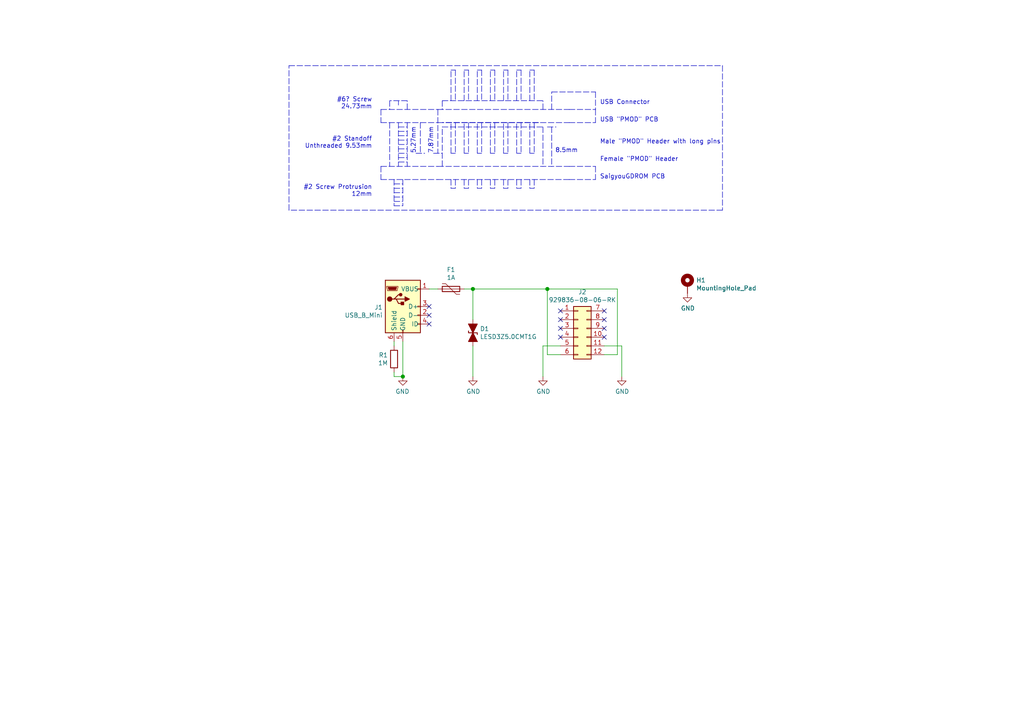
<source format=kicad_sch>
(kicad_sch (version 20210406) (generator eeschema)
  (paper "A4")
  (lib_symbols
    (symbol "Connector:USB_B_Mini"
      (property "Reference" "J" (at -5.08 11.43 0))
      (property "Value" "USB_B_Mini" (at -5.08 8.89 0))
      (symbol "USB_B_Mini_0_1"
        (circle (center -3.81 2.159) (radius 0.635) (stroke (width 0.254)) (fill (type outline)))
        (circle (center -0.635 3.429) (radius 0.381) (stroke (width 0.254)) (fill (type outline)))
        (rectangle (start -0.127 -7.62) (end 0.127 -6.858))
        (rectangle (start 5.08 -5.207) (end 4.318 -4.953))
        (rectangle (start 5.08 -2.667) (end 4.318 -2.413))
        (rectangle (start 5.08 -0.127) (end 4.318 0.127))
        (rectangle (start 5.08 4.953) (end 4.318 5.207))
        (rectangle (start 0.254 1.27) (end -0.508 0.508) (stroke (width 0.254)) (fill (type outline)))
        (rectangle (start -5.08 -7.62) (end 5.08 7.62) (stroke (width 0.254)) (fill (type background)))
        (polyline (pts (xy -1.905 2.159) (xy 0.635 2.159)) (stroke (width 0.254)))
        (polyline (pts (xy -3.175 2.159) (xy -2.54 2.159) (xy -1.27 3.429) (xy -0.635 3.429)) (stroke (width 0.254)))
        (polyline (pts (xy -2.54 2.159) (xy -1.905 2.159) (xy -1.27 0.889) (xy 0 0.889)) (stroke (width 0.254)))
        (polyline (pts (xy -4.699 5.842) (xy -4.699 5.588) (xy -4.445 4.826) (xy -4.445 4.572) (xy -1.651 4.572) (xy -1.651 4.826) (xy -1.397 5.588) (xy -1.397 5.842) (xy -4.699 5.842)))
        (polyline (pts (xy 0.635 2.794) (xy 0.635 1.524) (xy 1.905 2.159) (xy 0.635 2.794)) (stroke (width 0.254)) (fill (type outline)))
        (polyline (pts (xy -4.318 5.588) (xy -1.778 5.588) (xy -2.032 4.826) (xy -4.064 4.826) (xy -4.318 5.588)) (fill (type outline)))
      )
      (symbol "USB_B_Mini_1_1"
        (pin power_out line (at 7.62 5.08 180) (length 2.54) (name "VBUS") (number "1"))
        (pin passive line (at 7.62 -2.54 180) (length 2.54) (name "D-") (number "2"))
        (pin passive line (at 7.62 0 180) (length 2.54) (name "D+") (number "3"))
        (pin passive line (at 7.62 -5.08 180) (length 2.54) (name "ID") (number "4"))
        (pin power_out line (at 0 -10.16 90) (length 2.54) (name "GND") (number "5"))
        (pin passive line (at -2.54 -10.16 90) (length 2.54) (name "Shield") (number "6"))
      )
    )
    (symbol "Connector_Generic:Conn_02x06_Top_Bottom" (pin_names hide)
      (property "Reference" "J" (at 1.27 7.62 0))
      (property "Value" "Conn_02x06_Top_Bottom" (at 1.27 -10.16 0))
      (symbol "Conn_02x06_Top_Bottom_1_1"
        (rectangle (start -1.27 -7.493) (end 0 -7.747) (stroke (width 0.1524)))
        (rectangle (start -1.27 -4.953) (end 0 -5.207) (stroke (width 0.1524)))
        (rectangle (start -1.27 -2.413) (end 0 -2.667) (stroke (width 0.1524)))
        (rectangle (start -1.27 0.127) (end 0 -0.127) (stroke (width 0.1524)))
        (rectangle (start -1.27 2.667) (end 0 2.413) (stroke (width 0.1524)))
        (rectangle (start -1.27 5.207) (end 0 4.953) (stroke (width 0.1524)))
        (rectangle (start 3.81 -7.493) (end 2.54 -7.747) (stroke (width 0.1524)))
        (rectangle (start 3.81 -4.953) (end 2.54 -5.207) (stroke (width 0.1524)))
        (rectangle (start 3.81 -2.413) (end 2.54 -2.667) (stroke (width 0.1524)))
        (rectangle (start 3.81 0.127) (end 2.54 -0.127) (stroke (width 0.1524)))
        (rectangle (start 3.81 2.667) (end 2.54 2.413) (stroke (width 0.1524)))
        (rectangle (start 3.81 5.207) (end 2.54 4.953) (stroke (width 0.1524)))
        (rectangle (start -1.27 6.35) (end 3.81 -8.89) (stroke (width 0.254)) (fill (type background)))
        (pin passive line (at -5.08 5.08 0) (length 3.81) (name "Pin_1") (number "1"))
        (pin passive line (at 7.62 -2.54 180) (length 3.81) (name "Pin_10") (number "10"))
        (pin passive line (at 7.62 -5.08 180) (length 3.81) (name "Pin_11") (number "11"))
        (pin passive line (at 7.62 -7.62 180) (length 3.81) (name "Pin_12") (number "12"))
        (pin passive line (at -5.08 2.54 0) (length 3.81) (name "Pin_2") (number "2"))
        (pin passive line (at -5.08 0 0) (length 3.81) (name "Pin_3") (number "3"))
        (pin passive line (at -5.08 -2.54 0) (length 3.81) (name "Pin_4") (number "4"))
        (pin passive line (at -5.08 -5.08 0) (length 3.81) (name "Pin_5") (number "5"))
        (pin passive line (at -5.08 -7.62 0) (length 3.81) (name "Pin_6") (number "6"))
        (pin passive line (at 7.62 5.08 180) (length 3.81) (name "Pin_7") (number "7"))
        (pin passive line (at 7.62 2.54 180) (length 3.81) (name "Pin_8") (number "8"))
        (pin passive line (at 7.62 0 180) (length 3.81) (name "Pin_9") (number "9"))
      )
    )
    (symbol "Device:D_TVS_ALT" (pin_numbers hide) (pin_names hide)
      (property "Reference" "D" (at 0 2.54 0))
      (property "Value" "D_TVS_ALT" (at 0 -2.54 0))
      (symbol "D_TVS_ALT_0_1"
        (polyline (pts (xy 1.27 0) (xy -1.27 0)))
        (polyline (pts (xy 0.508 1.27) (xy 0 1.27) (xy 0 -1.27) (xy -0.508 -1.27)) (stroke (width 0.254)))
        (polyline (pts (xy -2.54 -1.27) (xy 0 0) (xy -2.54 1.27) (xy -2.54 -1.27)) (stroke (width 0.254)) (fill (type outline)))
        (polyline (pts (xy 2.54 1.27) (xy 2.54 -1.27) (xy 0 0) (xy 2.54 1.27)) (stroke (width 0.254)) (fill (type outline)))
      )
      (symbol "D_TVS_ALT_1_1"
        (pin passive line (at -3.81 0 0) (length 2.54) (name "A1") (number "1"))
        (pin passive line (at 3.81 0 180) (length 2.54) (name "A2") (number "2"))
      )
    )
    (symbol "Device:Polyfuse" (pin_numbers hide) (pin_names (offset 0))
      (property "Reference" "F" (at -2.54 0 90))
      (property "Value" "Polyfuse" (at 2.54 0 90))
      (symbol "Polyfuse_0_1"
        (rectangle (start -0.762 2.54) (end 0.762 -2.54) (stroke (width 0.254)))
        (polyline (pts (xy 0 2.54) (xy 0 -2.54)))
        (polyline (pts (xy -1.524 2.54) (xy -1.524 1.524) (xy 1.524 -1.524) (xy 1.524 -2.54)))
      )
      (symbol "Polyfuse_1_1"
        (pin passive line (at 0 3.81 270) (length 1.27) (name "~") (number "1"))
        (pin passive line (at 0 -3.81 90) (length 1.27) (name "~") (number "2"))
      )
    )
    (symbol "Device:R" (pin_numbers hide) (pin_names (offset 0))
      (property "Reference" "R" (at 2.032 0 90))
      (property "Value" "R" (at 0 0 90))
      (symbol "R_0_1"
        (rectangle (start -1.016 -2.54) (end 1.016 2.54) (stroke (width 0.254)))
      )
      (symbol "R_1_1"
        (pin passive line (at 0 3.81 270) (length 1.27) (name "~") (number "1"))
        (pin passive line (at 0 -3.81 90) (length 1.27) (name "~") (number "2"))
      )
    )
    (symbol "Mechanical:MountingHole_Pad" (pin_numbers hide) (pin_names hide)
      (property "Reference" "H" (at 0 6.35 0))
      (property "Value" "MountingHole_Pad" (at 0 4.445 0))
      (symbol "MountingHole_Pad_0_1"
        (circle (center 0 1.27) (radius 1.27) (stroke (width 1.27)))
      )
      (symbol "MountingHole_Pad_1_1"
        (pin input line (at 0 -2.54 90) (length 2.54) (name "1") (number "1"))
      )
    )
    (symbol "power:GND" (power) (pin_names (offset 0))
      (property "Value" "GND" (at 0 -3.81 0))
      (symbol "GND_0_1"
        (polyline (pts (xy 0 0) (xy 0 -1.27) (xy 1.27 -1.27) (xy 0 -2.54) (xy -1.27 -1.27) (xy 0 -1.27)))
      )
      (symbol "GND_1_1"
        (pin power_in line (at 0 0 270) (length 0) hide (name "GND") (number "1"))
      )
    )
  )
  (junction (at 116.84 109.22) (diameter 1.016))
  (junction (at 137.16 83.82) (diameter 1.016))
  (junction (at 158.75 83.82) (diameter 1.016))
  (no_connect (at 124.46 88.9))
  (no_connect (at 124.46 91.44))
  (no_connect (at 124.46 93.98))
  (no_connect (at 162.56 90.17))
  (no_connect (at 162.56 92.71))
  (no_connect (at 162.56 95.25))
  (no_connect (at 162.56 97.79))
  (no_connect (at 175.26 90.17))
  (no_connect (at 175.26 92.71))
  (no_connect (at 175.26 95.25))
  (no_connect (at 175.26 97.79))
  (wire (pts (xy 114.3 99.06) (xy 114.3 100.33)))
  (wire (pts (xy 114.3 107.95) (xy 114.3 109.22)))
  (wire (pts (xy 116.84 99.06) (xy 116.84 109.22)))
  (wire (pts (xy 116.84 109.22) (xy 114.3 109.22)))
  (wire (pts (xy 127 83.82) (xy 124.46 83.82)))
  (wire (pts (xy 134.62 83.82) (xy 137.16 83.82)))
  (wire (pts (xy 137.16 83.82) (xy 137.16 92.71)))
  (wire (pts (xy 137.16 83.82) (xy 158.75 83.82)))
  (wire (pts (xy 137.16 100.33) (xy 137.16 109.22)))
  (wire (pts (xy 157.48 100.33) (xy 157.48 109.22)))
  (wire (pts (xy 157.48 100.33) (xy 162.56 100.33)))
  (wire (pts (xy 158.75 83.82) (xy 158.75 102.87)))
  (wire (pts (xy 158.75 83.82) (xy 179.07 83.82)))
  (wire (pts (xy 158.75 102.87) (xy 162.56 102.87)))
  (wire (pts (xy 175.26 100.33) (xy 180.34 100.33)))
  (wire (pts (xy 175.26 102.87) (xy 179.07 102.87)))
  (wire (pts (xy 179.07 83.82) (xy 179.07 102.87)))
  (wire (pts (xy 180.34 100.33) (xy 180.34 109.22)))
  (polyline (pts (xy 83.82 19.05) (xy 209.55 19.05)) (stroke (width 0) (type dash)))
  (polyline (pts (xy 83.82 60.96) (xy 83.82 19.05)) (stroke (width 0) (type dash)))
  (polyline (pts (xy 110.49 31.75) (xy 110.49 35.56)) (stroke (width 0) (type dash)))
  (polyline (pts (xy 110.49 31.75) (xy 127 31.75)) (stroke (width 0) (type dash)))
  (polyline (pts (xy 110.49 35.56) (xy 127 35.56)) (stroke (width 0) (type dash)))
  (polyline (pts (xy 110.49 48.26) (xy 110.49 52.07)) (stroke (width 0) (type dash)))
  (polyline (pts (xy 110.49 48.26) (xy 127 48.26)) (stroke (width 0) (type dash)))
  (polyline (pts (xy 110.49 52.07) (xy 127 52.07)) (stroke (width 0) (type dash)))
  (polyline (pts (xy 113.03 29.21) (xy 113.03 31.75)) (stroke (width 0) (type dash)))
  (polyline (pts (xy 113.03 35.56) (xy 113.03 48.26)) (stroke (width 0) (type dash)))
  (polyline (pts (xy 114.3 52.07) (xy 114.3 59.69)) (stroke (width 0) (type dash)))
  (polyline (pts (xy 114.3 53.34) (xy 116.84 53.34)) (stroke (width 0) (type dash)))
  (polyline (pts (xy 114.3 54.61) (xy 116.84 54.61)) (stroke (width 0) (type dash)))
  (polyline (pts (xy 114.3 55.88) (xy 116.84 55.88)) (stroke (width 0) (type dash)))
  (polyline (pts (xy 114.3 57.15) (xy 116.84 57.15)) (stroke (width 0) (type dash)))
  (polyline (pts (xy 114.3 58.42) (xy 116.84 58.42)) (stroke (width 0) (type dash)))
  (polyline (pts (xy 114.3 59.69) (xy 116.84 59.69)) (stroke (width 0) (type dash)))
  (polyline (pts (xy 115.57 29.21) (xy 115.57 30.48)) (stroke (width 0) (type dash)))
  (polyline (pts (xy 115.57 35.56) (xy 115.57 48.26)) (stroke (width 0) (type dash)))
  (polyline (pts (xy 115.57 36.83) (xy 118.11 36.83)) (stroke (width 0) (type dash)))
  (polyline (pts (xy 115.57 38.1) (xy 118.11 38.1)) (stroke (width 0) (type dash)))
  (polyline (pts (xy 115.57 39.37) (xy 118.11 39.37)) (stroke (width 0) (type dash)))
  (polyline (pts (xy 115.57 40.64) (xy 118.11 40.64)) (stroke (width 0) (type dash)))
  (polyline (pts (xy 115.57 41.91) (xy 118.11 41.91)) (stroke (width 0) (type dash)))
  (polyline (pts (xy 115.57 43.18) (xy 118.11 43.18)) (stroke (width 0) (type dash)))
  (polyline (pts (xy 115.57 44.45) (xy 118.11 44.45)) (stroke (width 0) (type dash)))
  (polyline (pts (xy 115.57 45.72) (xy 118.11 45.72)) (stroke (width 0) (type dash)))
  (polyline (pts (xy 115.57 46.99) (xy 118.11 46.99)) (stroke (width 0) (type dash)))
  (polyline (pts (xy 116.84 52.07) (xy 116.84 59.69)) (stroke (width 0) (type dash)))
  (polyline (pts (xy 118.11 29.21) (xy 113.03 29.21)) (stroke (width 0) (type dash)))
  (polyline (pts (xy 118.11 31.75) (xy 118.11 29.21)) (stroke (width 0) (type dash)))
  (polyline (pts (xy 118.11 35.56) (xy 118.11 48.26)) (stroke (width 0) (type dash)))
  (polyline (pts (xy 120.65 44.45) (xy 123.19 44.45)) (stroke (width 0) (type dash)))
  (polyline (pts (xy 121.92 35.56) (xy 121.92 44.45)) (stroke (width 0) (type dash)))
  (polyline (pts (xy 125.73 44.45) (xy 128.27 44.45)) (stroke (width 0) (type dash)))
  (polyline (pts (xy 127 31.75) (xy 127 44.45)) (stroke (width 0) (type dash)))
  (polyline (pts (xy 127 31.75) (xy 165.1 31.75)) (stroke (width 0) (type dash)))
  (polyline (pts (xy 127 35.56) (xy 165.1 35.56)) (stroke (width 0) (type dash)))
  (polyline (pts (xy 127 48.26) (xy 165.1 48.26)) (stroke (width 0) (type dash)))
  (polyline (pts (xy 128.27 29.21) (xy 128.27 31.75)) (stroke (width 0) (type dash)))
  (polyline (pts (xy 128.27 29.21) (xy 157.48 29.21)) (stroke (width 0) (type dash)))
  (polyline (pts (xy 128.27 36.83) (xy 157.48 36.83)) (stroke (width 0) (type dash)))
  (polyline (pts (xy 128.27 48.26) (xy 128.27 36.83)) (stroke (width 0) (type dash)))
  (polyline (pts (xy 130.81 29.21) (xy 130.81 20.32)) (stroke (width 0) (type dash)))
  (polyline (pts (xy 130.81 44.45) (xy 130.81 35.56)) (stroke (width 0) (type dash)))
  (polyline (pts (xy 130.81 44.45) (xy 132.08 44.45)) (stroke (width 0) (type dash)))
  (polyline (pts (xy 130.81 52.07) (xy 130.81 54.61)) (stroke (width 0) (type dash)))
  (polyline (pts (xy 130.81 54.61) (xy 132.08 54.61)) (stroke (width 0) (type dash)))
  (polyline (pts (xy 132.08 20.32) (xy 130.81 20.32)) (stroke (width 0) (type dash)))
  (polyline (pts (xy 132.08 20.32) (xy 132.08 29.21)) (stroke (width 0) (type dash)))
  (polyline (pts (xy 132.08 35.56) (xy 132.08 44.45)) (stroke (width 0) (type dash)))
  (polyline (pts (xy 132.08 52.07) (xy 132.08 54.61)) (stroke (width 0) (type dash)))
  (polyline (pts (xy 134.62 29.21) (xy 134.62 20.32)) (stroke (width 0) (type dash)))
  (polyline (pts (xy 134.62 44.45) (xy 134.62 35.56)) (stroke (width 0) (type dash)))
  (polyline (pts (xy 134.62 44.45) (xy 135.89 44.45)) (stroke (width 0) (type dash)))
  (polyline (pts (xy 134.62 52.07) (xy 134.62 54.61)) (stroke (width 0) (type dash)))
  (polyline (pts (xy 134.62 54.61) (xy 135.89 54.61)) (stroke (width 0) (type dash)))
  (polyline (pts (xy 135.89 20.32) (xy 134.62 20.32)) (stroke (width 0) (type dash)))
  (polyline (pts (xy 135.89 20.32) (xy 135.89 29.21)) (stroke (width 0) (type dash)))
  (polyline (pts (xy 135.89 35.56) (xy 135.89 44.45)) (stroke (width 0) (type dash)))
  (polyline (pts (xy 135.89 52.07) (xy 135.89 54.61)) (stroke (width 0) (type dash)))
  (polyline (pts (xy 138.43 29.21) (xy 138.43 20.32)) (stroke (width 0) (type dash)))
  (polyline (pts (xy 138.43 44.45) (xy 138.43 35.56)) (stroke (width 0) (type dash)))
  (polyline (pts (xy 138.43 44.45) (xy 139.7 44.45)) (stroke (width 0) (type dash)))
  (polyline (pts (xy 138.43 52.07) (xy 138.43 54.61)) (stroke (width 0) (type dash)))
  (polyline (pts (xy 138.43 54.61) (xy 139.7 54.61)) (stroke (width 0) (type dash)))
  (polyline (pts (xy 139.7 20.32) (xy 138.43 20.32)) (stroke (width 0) (type dash)))
  (polyline (pts (xy 139.7 20.32) (xy 139.7 29.21)) (stroke (width 0) (type dash)))
  (polyline (pts (xy 139.7 35.56) (xy 139.7 44.45)) (stroke (width 0) (type dash)))
  (polyline (pts (xy 139.7 52.07) (xy 139.7 54.61)) (stroke (width 0) (type dash)))
  (polyline (pts (xy 142.24 29.21) (xy 142.24 20.32)) (stroke (width 0) (type dash)))
  (polyline (pts (xy 142.24 44.45) (xy 142.24 35.56)) (stroke (width 0) (type dash)))
  (polyline (pts (xy 142.24 44.45) (xy 143.51 44.45)) (stroke (width 0) (type dash)))
  (polyline (pts (xy 142.24 52.07) (xy 142.24 54.61)) (stroke (width 0) (type dash)))
  (polyline (pts (xy 142.24 54.61) (xy 143.51 54.61)) (stroke (width 0) (type dash)))
  (polyline (pts (xy 143.51 20.32) (xy 142.24 20.32)) (stroke (width 0) (type dash)))
  (polyline (pts (xy 143.51 20.32) (xy 143.51 29.21)) (stroke (width 0) (type dash)))
  (polyline (pts (xy 143.51 35.56) (xy 143.51 44.45)) (stroke (width 0) (type dash)))
  (polyline (pts (xy 143.51 52.07) (xy 143.51 54.61)) (stroke (width 0) (type dash)))
  (polyline (pts (xy 146.05 29.21) (xy 146.05 20.32)) (stroke (width 0) (type dash)))
  (polyline (pts (xy 146.05 44.45) (xy 146.05 35.56)) (stroke (width 0) (type dash)))
  (polyline (pts (xy 146.05 44.45) (xy 147.32 44.45)) (stroke (width 0) (type dash)))
  (polyline (pts (xy 146.05 52.07) (xy 146.05 54.61)) (stroke (width 0) (type dash)))
  (polyline (pts (xy 146.05 54.61) (xy 147.32 54.61)) (stroke (width 0) (type dash)))
  (polyline (pts (xy 147.32 20.32) (xy 146.05 20.32)) (stroke (width 0) (type dash)))
  (polyline (pts (xy 147.32 20.32) (xy 147.32 29.21)) (stroke (width 0) (type dash)))
  (polyline (pts (xy 147.32 35.56) (xy 147.32 44.45)) (stroke (width 0) (type dash)))
  (polyline (pts (xy 147.32 52.07) (xy 147.32 54.61)) (stroke (width 0) (type dash)))
  (polyline (pts (xy 149.86 29.21) (xy 149.86 20.32)) (stroke (width 0) (type dash)))
  (polyline (pts (xy 149.86 44.45) (xy 149.86 35.56)) (stroke (width 0) (type dash)))
  (polyline (pts (xy 149.86 44.45) (xy 151.13 44.45)) (stroke (width 0) (type dash)))
  (polyline (pts (xy 149.86 52.07) (xy 149.86 54.61)) (stroke (width 0) (type dash)))
  (polyline (pts (xy 149.86 54.61) (xy 151.13 54.61)) (stroke (width 0) (type dash)))
  (polyline (pts (xy 151.13 20.32) (xy 149.86 20.32)) (stroke (width 0) (type dash)))
  (polyline (pts (xy 151.13 20.32) (xy 151.13 29.21)) (stroke (width 0) (type dash)))
  (polyline (pts (xy 151.13 35.56) (xy 151.13 44.45)) (stroke (width 0) (type dash)))
  (polyline (pts (xy 151.13 52.07) (xy 151.13 54.61)) (stroke (width 0) (type dash)))
  (polyline (pts (xy 153.67 29.21) (xy 153.67 20.32)) (stroke (width 0) (type dash)))
  (polyline (pts (xy 153.67 44.45) (xy 153.67 35.56)) (stroke (width 0) (type dash)))
  (polyline (pts (xy 153.67 44.45) (xy 154.94 44.45)) (stroke (width 0) (type dash)))
  (polyline (pts (xy 153.67 52.07) (xy 153.67 54.61)) (stroke (width 0) (type dash)))
  (polyline (pts (xy 153.67 54.61) (xy 154.94 54.61)) (stroke (width 0) (type dash)))
  (polyline (pts (xy 154.94 20.32) (xy 153.67 20.32)) (stroke (width 0) (type dash)))
  (polyline (pts (xy 154.94 20.32) (xy 154.94 29.21)) (stroke (width 0) (type dash)))
  (polyline (pts (xy 154.94 35.56) (xy 154.94 44.45)) (stroke (width 0) (type dash)))
  (polyline (pts (xy 154.94 52.07) (xy 154.94 54.61)) (stroke (width 0) (type dash)))
  (polyline (pts (xy 156.21 35.56) (xy 128.27 35.56)) (stroke (width 0) (type dash)))
  (polyline (pts (xy 157.48 31.75) (xy 157.48 29.21)) (stroke (width 0) (type dash)))
  (polyline (pts (xy 157.48 36.83) (xy 157.48 48.26)) (stroke (width 0) (type dash)))
  (polyline (pts (xy 158.75 36.83) (xy 161.29 36.83)) (stroke (width 0) (type dash)))
  (polyline (pts (xy 160.02 26.67) (xy 172.72 26.67)) (stroke (width 0) (type dash)))
  (polyline (pts (xy 160.02 31.75) (xy 160.02 26.67)) (stroke (width 0) (type dash)))
  (polyline (pts (xy 160.02 36.83) (xy 160.02 48.26)) (stroke (width 0) (type dash)))
  (polyline (pts (xy 165.1 31.75) (xy 172.72 31.75)) (stroke (width 0) (type dash)))
  (polyline (pts (xy 165.1 35.56) (xy 172.72 35.56)) (stroke (width 0) (type dash)))
  (polyline (pts (xy 165.1 48.26) (xy 172.72 48.26)) (stroke (width 0) (type dash)))
  (polyline (pts (xy 165.1 52.07) (xy 127 52.07)) (stroke (width 0) (type dash)))
  (polyline (pts (xy 165.1 52.07) (xy 172.72 52.07)) (stroke (width 0) (type dash)))
  (polyline (pts (xy 172.72 26.67) (xy 172.72 31.75)) (stroke (width 0) (type dash)))
  (polyline (pts (xy 172.72 31.75) (xy 172.72 35.56)) (stroke (width 0) (type dash)))
  (polyline (pts (xy 172.72 48.26) (xy 172.72 52.07)) (stroke (width 0) (type dash)))
  (polyline (pts (xy 209.55 19.05) (xy 209.55 60.96)) (stroke (width 0) (type dash)))
  (polyline (pts (xy 209.55 60.96) (xy 83.82 60.96)) (stroke (width 0) (type dash)))
  (text "#6? Screw\n24.73mm" (at 107.95 31.75 180) (effects (font (size 1.27 1.27)) (justify right bottom)))
  (text "#2 Standoff\nUnthreaded 9.53mm" (at 107.95 43.18 180) (effects (font (size 1.27 1.27)) (justify right bottom)))
  (text "#2 Screw Protrusion\n12mm" (at 107.95 57.15 180) (effects (font (size 1.27 1.27)) (justify right bottom)))
  (text "5.27mm" (at 120.65 36.83 270) (effects (font (size 1.27 1.27)) (justify right bottom)))
  (text "7.87mm" (at 125.73 36.83 270) (effects (font (size 1.27 1.27)) (justify right bottom)))
  (text "8.5mm" (at 167.64 44.45 180) (effects (font (size 1.27 1.27)) (justify right bottom)))
  (text "USB Connector" (at 173.99 30.48 0) (effects (font (size 1.27 1.27)) (justify left bottom)))
  (text "USB \"PMOD\" PCB" (at 173.99 35.56 0) (effects (font (size 1.27 1.27)) (justify left bottom)))
  (text "Male \"PMOD\" Header with long pins" (at 173.99 41.91 0) (effects (font (size 1.27 1.27)) (justify left bottom)))
  (text "Female \"PMOD\" Header" (at 173.99 46.99 0) (effects (font (size 1.27 1.27)) (justify left bottom)))
  (text "SaigyouGDROM PCB" (at 173.99 52.07 0) (effects (font (size 1.27 1.27)) (justify left bottom)))
  (symbol (lib_id "power:GND") (at 116.84 109.22 0) (mirror y) (unit 1)
    (property "Reference" "#PWR0101" (effects hide))
    (property "Value" "GND" (at 116.7257 113.5444 0))
  )
  (symbol (lib_id "power:GND") (at 137.16 109.22 0) (unit 1)
    (property "Reference" "#PWR0105" (effects hide))
    (property "Value" "GND" (at 137.2743 113.5444 0))
  )
  (symbol (lib_id "power:GND") (at 157.48 109.22 0) (unit 1)
    (property "Reference" "#PWR0103" (effects hide))
    (property "Value" "GND" (at 157.5943 113.5444 0))
  )
  (symbol (lib_id "power:GND") (at 180.34 109.22 0) (unit 1)
    (property "Reference" "#PWR0102" (effects hide))
    (property "Value" "GND" (at 180.4543 113.5444 0))
  )
  (symbol (lib_id "power:GND") (at 199.39 85.09 0) (unit 1)
    (property "Reference" "#PWR0104" (effects hide))
    (property "Value" "GND" (at 199.5043 89.4144 0))
  )
  (symbol (lib_id "Device:R") (at 114.3 104.14 0) (mirror y) (unit 1)
    (property "Reference" "R1" (at 112.5219 102.9906 0) (effects (justify left)))
    (property "Value" "1M" (at 112.5219 105.2893 0) (effects (justify left)))
    (property "Footprint" "Resistor_SMD:R_0603_1608Metric" (effects hide))
  )
  (symbol (lib_id "Mechanical:MountingHole_Pad") (at 199.39 82.55 0) (unit 1)
    (property "Reference" "H1" (at 201.9301 81.2736 0) (effects (justify left)))
    (property "Value" "MountingHole_Pad" (at 201.9301 83.5723 0) (effects (justify left)))
    (property "Footprint" "MountingHole:MountingHole_3.2mm_M3_Pad_Via" (effects hide))
  )
  (symbol (lib_id "Device:D_TVS_ALT") (at 137.16 96.52 90) (unit 1)
    (property "Reference" "D1" (at 139.1921 95.3706 90) (effects (justify right)))
    (property "Value" "LESD3Z5.0CMT1G" (at 139.1921 97.6693 90) (effects (justify right)))
    (property "Footprint" "Diode_SMD:D_SOD-323" (effects hide))
  )
  (symbol (lib_id "Device:Polyfuse") (at 130.81 83.82 270) (mirror x) (unit 1)
    (property "Reference" "F1" (at 130.81 78.2128 90))
    (property "Value" "1A" (at 130.81 80.5115 90))
    (property "Footprint" "Fuse:Fuse_1210_3225Metric_Castellated" (effects hide))
  )
  (symbol (lib_id "Connector_Generic:Conn_02x06_Top_Bottom") (at 167.64 95.25 0) (unit 1)
    (property "Reference" "J2" (at 168.91 84.6898 0))
    (property "Value" "929836-08-06-RK" (at 168.91 86.989 0))
    (property "Footprint" "iceGDROM:PMOD_Host_2x06_P2.54mm_Vertical" (effects hide))
  )
  (symbol (lib_id "Connector:USB_B_Mini") (at 116.84 88.9 0) (unit 1)
    (property "Reference" "J1" (at 110.9979 89.1476 0) (effects (justify right)))
    (property "Value" "USB_B_Mini" (at 110.9979 91.4463 0) (effects (justify right)))
    (property "Footprint" "iceGDROM:USB_Mini-B_Molex_657031020_Horizontal" (effects hide))
  )
)
</source>
